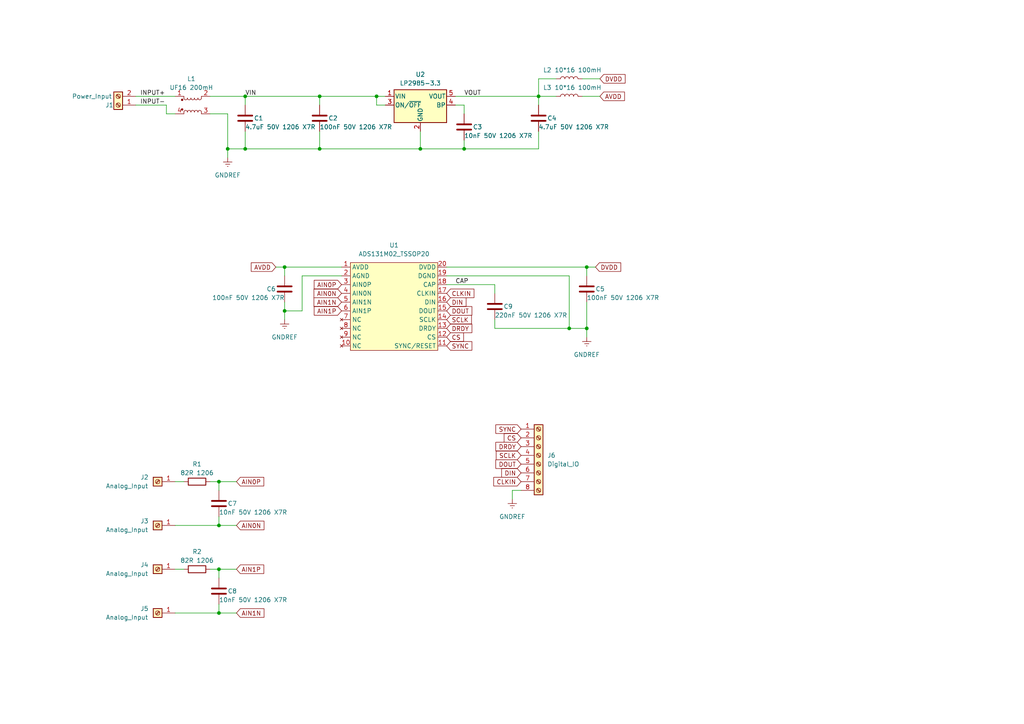
<source format=kicad_sch>
(kicad_sch (version 20230121) (generator eeschema)
  (paper "A4")
  (lib_symbols
    (symbol "Connector:Screw_Terminal_01x01" (pin_names (offset 1.016) hide)
      (property "Reference" "J" (at 0 2.54 0))
      (property "Value" "Screw_Terminal_01x01" (at 0 -2.54 0))
      (symbol "Screw_Terminal_01x01_1_1"
        (rectangle (start -1.27 1.27) (end 1.27 -1.27) (stroke (width 0.254)) (fill (type background)))
        (polyline (pts (xy -0.5334 0.3302) (xy 0.3302 -0.508)) (stroke (width 0.1524)))
        (polyline (pts (xy -0.3556 0.508) (xy 0.508 -0.3302)) (stroke (width 0.1524)))
        (circle (center 0 0) (radius 0.635) (stroke (width 0.1524)))
        (pin passive line (at -5.08 0 0) (length 3.81) (name "Pin_1") (number "1"))
      )
    )
    (symbol "Connector:Screw_Terminal_01x02" (pin_names (offset 1.016) hide)
      (property "Reference" "J" (at 0 2.54 0))
      (property "Value" "Screw_Terminal_01x02" (at 0 -5.08 0))
      (symbol "Screw_Terminal_01x02_1_1"
        (rectangle (start -1.27 1.27) (end 1.27 -3.81) (stroke (width 0.254)) (fill (type background)))
        (circle (center 0 -2.54) (radius 0.635) (stroke (width 0.1524)))
        (polyline (pts (xy -0.5334 -2.2098) (xy 0.3302 -3.048)) (stroke (width 0.1524)))
        (polyline (pts (xy -0.5334 0.3302) (xy 0.3302 -0.508)) (stroke (width 0.1524)))
        (polyline (pts (xy -0.3556 -2.032) (xy 0.508 -2.8702)) (stroke (width 0.1524)))
        (polyline (pts (xy -0.3556 0.508) (xy 0.508 -0.3302)) (stroke (width 0.1524)))
        (circle (center 0 0) (radius 0.635) (stroke (width 0.1524)))
        (pin passive line (at -5.08 0 0) (length 3.81) (name "Pin_1") (number "1"))
        (pin passive line (at -5.08 -2.54 0) (length 3.81) (name "Pin_2") (number "2"))
      )
    )
    (symbol "Connector:Screw_Terminal_01x08" (pin_names (offset 1.016) hide)
      (property "Reference" "J" (at 0 10.16 0))
      (property "Value" "Screw_Terminal_01x08" (at 0 -12.7 0))
      (symbol "Screw_Terminal_01x08_1_1"
        (rectangle (start -1.27 8.89) (end 1.27 -11.43) (stroke (width 0.254)) (fill (type background)))
        (circle (center 0 -10.16) (radius 0.635) (stroke (width 0.1524)))
        (circle (center 0 -7.62) (radius 0.635) (stroke (width 0.1524)))
        (circle (center 0 -5.08) (radius 0.635) (stroke (width 0.1524)))
        (circle (center 0 -2.54) (radius 0.635) (stroke (width 0.1524)))
        (polyline (pts (xy -0.5334 -9.8298) (xy 0.3302 -10.668)) (stroke (width 0.1524)))
        (polyline (pts (xy -0.5334 -7.2898) (xy 0.3302 -8.128)) (stroke (width 0.1524)))
        (polyline (pts (xy -0.5334 -4.7498) (xy 0.3302 -5.588)) (stroke (width 0.1524)))
        (polyline (pts (xy -0.5334 -2.2098) (xy 0.3302 -3.048)) (stroke (width 0.1524)))
        (polyline (pts (xy -0.5334 0.3302) (xy 0.3302 -0.508)) (stroke (width 0.1524)))
        (polyline (pts (xy -0.5334 2.8702) (xy 0.3302 2.032)) (stroke (width 0.1524)))
        (polyline (pts (xy -0.5334 5.4102) (xy 0.3302 4.572)) (stroke (width 0.1524)))
        (polyline (pts (xy -0.5334 7.9502) (xy 0.3302 7.112)) (stroke (width 0.1524)))
        (polyline (pts (xy -0.3556 -9.652) (xy 0.508 -10.4902)) (stroke (width 0.1524)))
        (polyline (pts (xy -0.3556 -7.112) (xy 0.508 -7.9502)) (stroke (width 0.1524)))
        (polyline (pts (xy -0.3556 -4.572) (xy 0.508 -5.4102)) (stroke (width 0.1524)))
        (polyline (pts (xy -0.3556 -2.032) (xy 0.508 -2.8702)) (stroke (width 0.1524)))
        (polyline (pts (xy -0.3556 0.508) (xy 0.508 -0.3302)) (stroke (width 0.1524)))
        (polyline (pts (xy -0.3556 3.048) (xy 0.508 2.2098)) (stroke (width 0.1524)))
        (polyline (pts (xy -0.3556 5.588) (xy 0.508 4.7498)) (stroke (width 0.1524)))
        (polyline (pts (xy -0.3556 8.128) (xy 0.508 7.2898)) (stroke (width 0.1524)))
        (circle (center 0 0) (radius 0.635) (stroke (width 0.1524)))
        (circle (center 0 2.54) (radius 0.635) (stroke (width 0.1524)))
        (circle (center 0 5.08) (radius 0.635) (stroke (width 0.1524)))
        (circle (center 0 7.62) (radius 0.635) (stroke (width 0.1524)))
        (pin passive line (at -5.08 7.62 0) (length 3.81) (name "Pin_1") (number "1"))
        (pin passive line (at -5.08 5.08 0) (length 3.81) (name "Pin_2") (number "2"))
        (pin passive line (at -5.08 2.54 0) (length 3.81) (name "Pin_3") (number "3"))
        (pin passive line (at -5.08 0 0) (length 3.81) (name "Pin_4") (number "4"))
        (pin passive line (at -5.08 -2.54 0) (length 3.81) (name "Pin_5") (number "5"))
        (pin passive line (at -5.08 -5.08 0) (length 3.81) (name "Pin_6") (number "6"))
        (pin passive line (at -5.08 -7.62 0) (length 3.81) (name "Pin_7") (number "7"))
        (pin passive line (at -5.08 -10.16 0) (length 3.81) (name "Pin_8") (number "8"))
      )
    )
    (symbol "Device:C" (pin_numbers hide) (pin_names (offset 0.254))
      (property "Reference" "C" (at 0.635 2.54 0))
      (property "Value" "C" (at 0.635 -2.54 0))
      (symbol "C_0_1"
        (polyline (pts (xy -2.032 -0.762) (xy 2.032 -0.762)) (stroke (width 0.508)))
        (polyline (pts (xy -2.032 0.762) (xy 2.032 0.762)) (stroke (width 0.508)))
      )
      (symbol "C_1_1"
        (pin passive line (at 0 3.81 270) (length 2.794) (name "~") (number "1"))
        (pin passive line (at 0 -3.81 90) (length 2.794) (name "~") (number "2"))
      )
    )
    (symbol "Device:L" (pin_numbers hide) (pin_names (offset 1.016) hide)
      (property "Reference" "L" (at -1.27 0 90))
      (property "Value" "L" (at 1.905 0 90))
      (symbol "L_0_1"
        (arc (start 0 -2.54) (mid 0.6323 -1.905) (end 0 -1.27))
        (arc (start 0 -1.27) (mid 0.6323 -0.635) (end 0 0))
        (arc (start 0 0) (mid 0.6323 0.635) (end 0 1.27))
        (arc (start 0 1.27) (mid 0.6323 1.905) (end 0 2.54))
      )
      (symbol "L_1_1"
        (pin passive line (at 0 3.81 270) (length 1.27) (name "1") (number "1"))
        (pin passive line (at 0 -3.81 90) (length 1.27) (name "2") (number "2"))
      )
    )
    (symbol "Device:L_Coupled_1243" (pin_names (offset 0.254) hide)
      (property "Reference" "L" (at 0 4.445 0))
      (property "Value" "L_Coupled_1243" (at 0 -4.445 0))
      (symbol "L_Coupled_1243_0_1"
        (circle (center -3.048 -1.27) (radius 0.254) (fill (type outline)))
        (circle (center -3.048 1.524) (radius 0.254) (fill (type outline)))
        (arc (start -2.54 2.032) (mid -2.032 1.5262) (end -1.524 2.032))
        (arc (start -1.524 -2.032) (mid -2.032 -1.5262) (end -2.54 -2.032))
        (arc (start -1.524 2.032) (mid -1.016 1.5262) (end -0.508 2.032))
        (arc (start -0.508 -2.032) (mid -1.016 -1.5262) (end -1.524 -2.032))
        (arc (start -0.508 2.032) (mid 0 1.5262) (end 0.508 2.032))
        (polyline (pts (xy -2.54 -2.032) (xy -2.54 -2.54)))
        (polyline (pts (xy -2.54 2.032) (xy -2.54 2.54)))
        (polyline (pts (xy 2.54 -2.032) (xy 2.54 -2.54)))
        (polyline (pts (xy 2.54 2.54) (xy 2.54 2.032)))
        (arc (start 0.508 -2.032) (mid 0 -1.5262) (end -0.508 -2.032))
        (arc (start 0.508 2.032) (mid 1.016 1.5262) (end 1.524 2.032))
        (arc (start 1.524 -2.032) (mid 1.016 -1.5262) (end 0.508 -2.032))
        (arc (start 1.524 2.032) (mid 2.032 1.5262) (end 2.54 2.032))
        (arc (start 2.54 -2.032) (mid 2.032 -1.5262) (end 1.524 -2.032))
      )
      (symbol "L_Coupled_1243_1_1"
        (pin passive line (at -5.08 2.54 0) (length 2.54) (name "1") (number "1"))
        (pin passive line (at 5.08 2.54 180) (length 2.54) (name "2") (number "2"))
        (pin passive line (at 5.08 -2.54 180) (length 2.54) (name "3") (number "3"))
        (pin passive line (at -5.08 -2.54 0) (length 2.54) (name "4") (number "4"))
      )
    )
    (symbol "Device:R" (pin_numbers hide) (pin_names (offset 0))
      (property "Reference" "R" (at 2.032 0 90))
      (property "Value" "R" (at 0 0 90))
      (symbol "R_0_1"
        (rectangle (start -1.016 -2.54) (end 1.016 2.54) (stroke (width 0.254)))
      )
      (symbol "R_1_1"
        (pin passive line (at 0 3.81 270) (length 1.27) (name "~") (number "1"))
        (pin passive line (at 0 -3.81 90) (length 1.27) (name "~") (number "2"))
      )
    )
    (symbol "Regulator_Linear:LP2985-3.3" (pin_names (offset 0.254))
      (property "Reference" "U" (at -6.35 5.715 0))
      (property "Value" "LP2985-3.3" (at 0 5.715 0))
      (symbol "LP2985-3.3_0_1"
        (rectangle (start -7.62 -5.08) (end 7.62 4.445) (stroke (width 0.254)) (fill (type background)))
      )
      (symbol "LP2985-3.3_1_1"
        (pin power_in line (at -10.16 2.54 0) (length 2.54) (name "VIN") (number "1"))
        (pin power_in line (at 0 -7.62 90) (length 2.54) (name "GND") (number "2"))
        (pin input line (at -10.16 0 0) (length 2.54) (name "ON/~{OFF}") (number "3"))
        (pin input line (at 10.16 0 180) (length 2.54) (name "BP") (number "4"))
        (pin power_out line (at 10.16 2.54 180) (length 2.54) (name "VOUT") (number "5"))
      )
    )
    (symbol "main:ADS131M02_TSSOP20"
      (property "Reference" "U" (at 0 -15.24 0))
      (property "Value" "ADS131M02_TSSOP20" (at 0 -15.24 0))
      (symbol "ADS131M02_TSSOP20_0_0"
        (pin power_in line (at -15.24 11.43 0) (length 2.54) (name "AVDD") (number "1"))
        (pin no_connect line (at -15.24 -11.43 0) (length 2.54) (name "NC") (number "10"))
        (pin input line (at 15.24 -11.43 180) (length 2.54) (name "SYNC/RESET") (number "11"))
        (pin input line (at 15.24 -8.89 180) (length 2.54) (name "CS") (number "12"))
        (pin output line (at 15.24 -6.35 180) (length 2.54) (name "DRDY") (number "13"))
        (pin input line (at 15.24 -3.81 180) (length 2.54) (name "SCLK") (number "14"))
        (pin output line (at 15.24 -1.27 180) (length 2.54) (name "DOUT") (number "15"))
        (pin input line (at 15.24 1.27 180) (length 2.54) (name "DIN") (number "16"))
        (pin input line (at 15.24 3.81 180) (length 2.54) (name "CLKIN") (number "17"))
        (pin output line (at 15.24 6.35 180) (length 2.54) (name "CAP") (number "18"))
        (pin power_in line (at 15.24 8.89 180) (length 2.54) (name "DGND") (number "19"))
        (pin power_in line (at -15.24 8.89 0) (length 2.54) (name "AGND") (number "2"))
        (pin power_in line (at 15.24 11.43 180) (length 2.54) (name "DVDD") (number "20"))
        (pin input line (at -15.24 6.35 0) (length 2.54) (name "AIN0P") (number "3"))
        (pin input line (at -15.24 3.81 0) (length 2.54) (name "AIN0N") (number "4"))
        (pin input line (at -15.24 1.27 0) (length 2.54) (name "AIN1N") (number "5"))
        (pin input line (at -15.24 -1.27 0) (length 2.54) (name "AIN1P") (number "6"))
        (pin no_connect line (at -15.24 -3.81 0) (length 2.54) (name "NC") (number "7"))
        (pin no_connect line (at -15.24 -6.35 0) (length 2.54) (name "NC") (number "8"))
        (pin no_connect line (at -15.24 -8.89 0) (length 2.54) (name "NC") (number "9"))
      )
      (symbol "ADS131M02_TSSOP20_1_1"
        (rectangle (start -12.7 12.7) (end 12.7 -12.7) (fill (type background)))
      )
    )
    (symbol "power:GNDREF" (power) (pin_names (offset 0))
      (property "Value" "GNDREF" (at 0 -3.81 0))
      (symbol "GNDREF_0_1"
        (polyline (pts (xy -0.635 -1.905) (xy 0.635 -1.905)))
        (polyline (pts (xy -0.127 -2.54) (xy 0.127 -2.54)))
        (polyline (pts (xy 0 -1.27) (xy 0 0)))
        (polyline (pts (xy 1.27 -1.27) (xy -1.27 -1.27)))
      )
      (symbol "GNDREF_1_1"
        (pin power_in line (at 0 0 270) (length 0) hide (name "GNDREF") (number "1"))
      )
    )
  )
  (junction (at 121.92 43.18))
  (junction (at 63.5 139.7))
  (junction (at 63.5 152.4))
  (junction (at 134.62 43.18))
  (junction (at 63.5 165.1))
  (junction (at 63.5 177.8))
  (junction (at 66.04 43.18))
  (junction (at 170.18 77.47))
  (junction (at 109.22 27.94))
  (junction (at 92.71 27.94))
  (junction (at 156.21 27.94))
  (junction (at 92.71 43.18))
  (junction (at 82.55 90.17))
  (junction (at 71.12 43.18))
  (junction (at 82.55 77.47))
  (junction (at 71.12 27.94))
  (junction (at 165.1 95.25))
  (junction (at 170.18 95.25))
  (wire (pts (xy 92.71 27.94) (xy 109.22 27.94)))
  (wire (pts (xy 148.59 144.78) (xy 148.59 142.24)))
  (wire (pts (xy 63.5 165.1) (xy 68.58 165.1)))
  (wire (pts (xy 129.54 82.55) (xy 143.51 82.55)))
  (wire (pts (xy 161.29 22.86) (xy 156.21 22.86)))
  (wire (pts (xy 50.8 177.8) (xy 63.5 177.8)))
  (wire (pts (xy 71.12 43.18) (xy 92.71 43.18)))
  (wire (pts (xy 63.5 152.4) (xy 68.58 152.4)))
  (wire (pts (xy 87.63 80.01) (xy 87.63 90.17)))
  (wire (pts (xy 156.21 30.48) (xy 156.21 27.94)))
  (wire (pts (xy 66.04 43.18) (xy 66.04 45.72)))
  (wire (pts (xy 87.63 90.17) (xy 82.55 90.17)))
  (wire (pts (xy 92.71 27.94) (xy 92.71 30.48)))
  (wire (pts (xy 111.76 30.48) (xy 109.22 30.48)))
  (wire (pts (xy 71.12 38.1) (xy 71.12 43.18)))
  (wire (pts (xy 60.96 27.94) (xy 71.12 27.94)))
  (wire (pts (xy 156.21 43.18) (xy 134.62 43.18)))
  (wire (pts (xy 165.1 95.25) (xy 170.18 95.25)))
  (wire (pts (xy 48.26 30.48) (xy 48.26 33.02)))
  (wire (pts (xy 50.8 139.7) (xy 53.34 139.7)))
  (wire (pts (xy 143.51 95.25) (xy 165.1 95.25)))
  (wire (pts (xy 170.18 95.25) (xy 170.18 97.79)))
  (wire (pts (xy 50.8 165.1) (xy 53.34 165.1)))
  (wire (pts (xy 82.55 90.17) (xy 82.55 92.71)))
  (wire (pts (xy 129.54 77.47) (xy 170.18 77.47)))
  (wire (pts (xy 48.26 33.02) (xy 50.8 33.02)))
  (wire (pts (xy 109.22 27.94) (xy 111.76 27.94)))
  (wire (pts (xy 99.06 80.01) (xy 87.63 80.01)))
  (wire (pts (xy 63.5 177.8) (xy 68.58 177.8)))
  (wire (pts (xy 170.18 87.63) (xy 170.18 95.25)))
  (wire (pts (xy 60.96 139.7) (xy 63.5 139.7)))
  (wire (pts (xy 63.5 165.1) (xy 63.5 167.64)))
  (wire (pts (xy 170.18 77.47) (xy 172.72 77.47)))
  (wire (pts (xy 63.5 139.7) (xy 63.5 142.24)))
  (wire (pts (xy 168.91 27.94) (xy 173.99 27.94)))
  (wire (pts (xy 99.06 77.47) (xy 82.55 77.47)))
  (wire (pts (xy 168.91 22.86) (xy 173.99 22.86)))
  (wire (pts (xy 134.62 43.18) (xy 134.62 40.64)))
  (wire (pts (xy 165.1 80.01) (xy 129.54 80.01)))
  (wire (pts (xy 121.92 43.18) (xy 134.62 43.18)))
  (wire (pts (xy 156.21 22.86) (xy 156.21 27.94)))
  (wire (pts (xy 66.04 33.02) (xy 66.04 43.18)))
  (wire (pts (xy 109.22 30.48) (xy 109.22 27.94)))
  (wire (pts (xy 60.96 165.1) (xy 63.5 165.1)))
  (wire (pts (xy 71.12 30.48) (xy 71.12 27.94)))
  (wire (pts (xy 156.21 27.94) (xy 161.29 27.94)))
  (wire (pts (xy 60.96 33.02) (xy 66.04 33.02)))
  (wire (pts (xy 63.5 152.4) (xy 63.5 149.86)))
  (wire (pts (xy 121.92 38.1) (xy 121.92 43.18)))
  (wire (pts (xy 82.55 77.47) (xy 80.01 77.47)))
  (wire (pts (xy 165.1 80.01) (xy 165.1 95.25)))
  (wire (pts (xy 170.18 77.47) (xy 170.18 80.01)))
  (wire (pts (xy 156.21 38.1) (xy 156.21 43.18)))
  (wire (pts (xy 66.04 43.18) (xy 71.12 43.18)))
  (wire (pts (xy 39.37 27.94) (xy 50.8 27.94)))
  (wire (pts (xy 143.51 85.09) (xy 143.51 82.55)))
  (wire (pts (xy 50.8 152.4) (xy 63.5 152.4)))
  (wire (pts (xy 148.59 142.24) (xy 151.13 142.24)))
  (wire (pts (xy 143.51 92.71) (xy 143.51 95.25)))
  (wire (pts (xy 63.5 177.8) (xy 63.5 175.26)))
  (wire (pts (xy 71.12 27.94) (xy 92.71 27.94)))
  (wire (pts (xy 82.55 77.47) (xy 82.55 80.01)))
  (wire (pts (xy 134.62 30.48) (xy 134.62 33.02)))
  (wire (pts (xy 63.5 139.7) (xy 68.58 139.7)))
  (wire (pts (xy 132.08 30.48) (xy 134.62 30.48)))
  (wire (pts (xy 156.21 27.94) (xy 132.08 27.94)))
  (wire (pts (xy 92.71 38.1) (xy 92.71 43.18)))
  (wire (pts (xy 39.37 30.48) (xy 48.26 30.48)))
  (wire (pts (xy 82.55 90.17) (xy 82.55 87.63)))
  (wire (pts (xy 92.71 43.18) (xy 121.92 43.18)))
  (label "INPUT-" (at 40.64 30.48 0))
  (label "CAP" (at 132.08 82.55 0))
  (label "INPUT+" (at 40.64 27.94 0))
  (label "VOUT" (at 134.62 27.94 0))
  (label "VIN" (at 71.12 27.94 0))
  (global_label "AIN1N" (shape input) (at 68.58 177.8 0) (property "Intersheetrefs" "${INTERSHEET_REFS}" (effects hide)))
  (global_label "DRDY" (shape input) (at 151.13 129.54 180) (property "Intersheetrefs" "${INTERSHEET_REFS}" (effects hide)))
  (global_label "DVDD" (shape input) (at 173.99 22.86 0) (property "Intersheetrefs" "${INTERSHEET_REFS}" (effects hide)))
  (global_label "SCLK" (shape input) (at 151.13 132.08 180) (property "Intersheetrefs" "${INTERSHEET_REFS}" (effects hide)))
  (global_label "AIN1P" (shape input) (at 68.58 165.1 0) (property "Intersheetrefs" "${INTERSHEET_REFS}" (effects hide)))
  (global_label "CS" (shape input) (at 151.13 127 180) (property "Intersheetrefs" "${INTERSHEET_REFS}" (effects hide)))
  (global_label "CLKIN" (shape input) (at 129.54 85.09 0) (property "Intersheetrefs" "${INTERSHEET_REFS}" (effects hide)))
  (global_label "SYNC" (shape input) (at 129.54 100.33 0) (property "Intersheetrefs" "${INTERSHEET_REFS}" (effects hide)))
  (global_label "DIN" (shape input) (at 151.13 137.16 180) (property "Intersheetrefs" "${INTERSHEET_REFS}" (effects hide)))
  (global_label "DOUT" (shape input) (at 151.13 134.62 180) (property "Intersheetrefs" "${INTERSHEET_REFS}" (effects hide)))
  (global_label "SYNC" (shape input) (at 151.13 124.46 180) (property "Intersheetrefs" "${INTERSHEET_REFS}" (effects hide)))
  (global_label "DVDD" (shape input) (at 172.72 77.47 0) (property "Intersheetrefs" "${INTERSHEET_REFS}" (effects hide)))
  (global_label "AIN1P" (shape input) (at 99.06 90.17 180) (property "Intersheetrefs" "${INTERSHEET_REFS}" (effects hide)))
  (global_label "AIN0N" (shape input) (at 68.58 152.4 0) (property "Intersheetrefs" "${INTERSHEET_REFS}" (effects hide)))
  (global_label "AIN0P" (shape input) (at 99.06 82.55 180) (property "Intersheetrefs" "${INTERSHEET_REFS}" (effects hide)))
  (global_label "AVDD" (shape input) (at 80.01 77.47 180) (property "Intersheetrefs" "${INTERSHEET_REFS}" (effects hide)))
  (global_label "DRDY" (shape input) (at 129.54 95.25 0) (property "Intersheetrefs" "${INTERSHEET_REFS}" (effects hide)))
  (global_label "AIN0P" (shape input) (at 68.58 139.7 0) (property "Intersheetrefs" "${INTERSHEET_REFS}" (effects hide)))
  (global_label "AIN0N" (shape input) (at 99.06 85.09 180) (property "Intersheetrefs" "${INTERSHEET_REFS}" (effects hide)))
  (global_label "DIN" (shape input) (at 129.54 87.63 0) (property "Intersheetrefs" "${INTERSHEET_REFS}" (effects hide)))
  (global_label "CS" (shape input) (at 129.54 97.79 0) (property "Intersheetrefs" "${INTERSHEET_REFS}" (effects hide)))
  (global_label "DOUT" (shape input) (at 129.54 90.17 0) (property "Intersheetrefs" "${INTERSHEET_REFS}" (effects hide)))
  (global_label "AVDD" (shape input) (at 173.99 27.94 0) (property "Intersheetrefs" "${INTERSHEET_REFS}" (effects hide)))
  (global_label "AIN1N" (shape input) (at 99.06 87.63 180) (property "Intersheetrefs" "${INTERSHEET_REFS}" (effects hide)))
  (global_label "SCLK" (shape input) (at 129.54 92.71 0) (property "Intersheetrefs" "${INTERSHEET_REFS}" (effects hide)))
  (global_label "CLKIN" (shape input) (at 151.13 139.7 180) (property "Intersheetrefs" "${INTERSHEET_REFS}" (effects hide)))
  (symbol (lib_id "Connector:Screw_Terminal_01x01") (at 45.72 177.8 0) (mirror y) (unit 1)
    (property "Reference" "J5" (at 41.91 176.53 0))
    (property "Value" "Analog_Input" (at 36.83 179.07 0))
    (property "Footprint" "Customer_Connector:AMASS_24.245" (effects hide))
  )
  (symbol (lib_id "Device:R") (at 57.15 139.7 90) (unit 1)
    (property "Reference" "R1" (at 57.15 134.62 90))
    (property "Value" "82R 1206" (at 57.15 137.16 90))
    (property "Footprint" "Resistor_SMD:R_1206_3216Metric" (effects hide))
  )
  (symbol (lib_id "Device:C") (at 156.21 34.29 0) (unit 1)
    (property "Reference" "C4" (at 158.75 34.29 0) (effects (justify left)))
    (property "Value" "4.7uF 50V 1206 X7R" (at 156.21 36.83 0) (effects (justify left)))
    (property "Footprint" "Capacitor_SMD:C_1206_3216Metric" (effects hide))
  )
  (symbol (lib_id "Device:L") (at 165.1 22.86 90) (unit 1)
    (property "Reference" "L2" (at 158.75 20.32 90))
    (property "Value" "10*16 100mH" (at 167.64 20.32 90))
    (property "Footprint" "Customer_Passive:Inductor_THT_10x16" (effects hide))
  )
  (symbol (lib_id "Device:R") (at 57.15 165.1 90) (unit 1)
    (property "Reference" "R2" (at 57.15 160.02 90))
    (property "Value" "82R 1206" (at 57.15 162.56 90))
    (property "Footprint" "Resistor_SMD:R_1206_3216Metric" (effects hide))
  )
  (symbol (lib_id "Device:C") (at 92.71 34.29 0) (unit 1)
    (property "Reference" "C2" (at 95.25 34.29 0) (effects (justify left)))
    (property "Value" "100nF 50V 1206 X7R" (at 92.71 36.83 0) (effects (justify left)))
    (property "Footprint" "Capacitor_SMD:C_1206_3216Metric" (effects hide))
  )
  (symbol (lib_id "Regulator_Linear:LP2985-3.3") (at 121.92 30.48 0) (unit 1)
    (property "Reference" "U2" (at 121.92 21.59 0))
    (property "Value" "LP2985-3.3" (at 121.92 24.13 0))
    (property "Footprint" "Package_TO_SOT_SMD:SOT-23-5" (effects hide))
    (property "Datasheet" "http://www.ti.com/lit/ds/symlink/lp2985.pdf" (effects hide))
  )
  (symbol (lib_id "power:GNDREF") (at 82.55 92.71 0) (unit 1)
    (property "Reference" "#PWR02" (effects hide))
    (property "Value" "GNDREF" (at 82.55 97.79 0))
  )
  (symbol (lib_id "power:GNDREF") (at 170.18 97.79 0) (unit 1)
    (property "Reference" "#PWR03" (effects hide))
    (property "Value" "GNDREF" (at 170.18 102.87 0))
  )
  (symbol (lib_id "Connector:Screw_Terminal_01x02") (at 34.29 30.48 180) (unit 1)
    (property "Reference" "J1" (at 31.75 30.48 0))
    (property "Value" "Power_Input" (at 26.67 27.94 0))
    (property "Footprint" "Customer_Connector:2EDG-5.08mm_2P_Horizontal" (effects hide))
  )
  (symbol (lib_id "Connector:Screw_Terminal_01x01") (at 45.72 139.7 0) (mirror y) (unit 1)
    (property "Reference" "J2" (at 41.91 138.43 0))
    (property "Value" "Analog_Input" (at 36.83 140.97 0))
    (property "Footprint" "Customer_Connector:AMASS_24.245" (effects hide))
  )
  (symbol (lib_id "Device:C") (at 63.5 171.45 0) (unit 1)
    (property "Reference" "C8" (at 66.04 171.45 0) (effects (justify left)))
    (property "Value" "10nF 50V 1206 X7R" (at 63.5 173.99 0) (effects (justify left)))
    (property "Footprint" "Capacitor_SMD:C_1206_3216Metric" (effects hide))
  )
  (symbol (lib_id "Device:C") (at 170.18 83.82 0) (unit 1)
    (property "Reference" "C5" (at 172.72 83.82 0) (effects (justify left)))
    (property "Value" "100nF 50V 1206 X7R" (at 170.18 86.36 0) (effects (justify left)))
    (property "Footprint" "Capacitor_SMD:C_1206_3216Metric" (effects hide))
  )
  (symbol (lib_id "Connector:Screw_Terminal_01x01") (at 45.72 152.4 0) (mirror y) (unit 1)
    (property "Reference" "J3" (at 41.91 151.13 0))
    (property "Value" "Analog_Input" (at 36.83 153.67 0))
    (property "Footprint" "Customer_Connector:AMASS_24.245" (effects hide))
  )
  (symbol (lib_id "Device:L_Coupled_1243") (at 55.88 30.48 0) (unit 1)
    (property "Reference" "L1" (at 55.499 22.86 0))
    (property "Value" "UF16 200mH" (at 55.499 25.4 0))
    (property "Footprint" "Customer_Passive:Inductor_Coupled_THT_UF16" (effects hide))
  )
  (symbol (lib_id "main:ADS131M02_TSSOP20") (at 114.3 88.9 0) (unit 1)
    (property "Reference" "U1" (at 114.3 71.12 0))
    (property "Value" "ADS131M02_TSSOP20" (at 114.3 73.66 0))
    (property "Footprint" "Package_SO:TSSOP-20_4.4x6.5mm_P0.65mm" (effects hide))
  )
  (symbol (lib_id "Device:C") (at 63.5 146.05 0) (unit 1)
    (property "Reference" "C7" (at 66.04 146.05 0) (effects (justify left)))
    (property "Value" "10nF 50V 1206 X7R" (at 63.5 148.59 0) (effects (justify left)))
    (property "Footprint" "Capacitor_SMD:C_1206_3216Metric" (effects hide))
  )
  (symbol (lib_id "power:GNDREF") (at 66.04 45.72 0) (unit 1)
    (property "Reference" "#PWR01" (effects hide))
    (property "Value" "GNDREF" (at 66.04 50.8 0))
  )
  (symbol (lib_id "Connector:Screw_Terminal_01x08") (at 156.21 132.08 0) (unit 1)
    (property "Reference" "J6" (at 158.75 132.08 0) (effects (justify left)))
    (property "Value" "Digital_IO" (at 158.75 134.62 0) (effects (justify left)))
    (property "Footprint" "Customer_Connector:2EDG-5.08mm_8P_Horizontal" (effects hide))
  )
  (symbol (lib_id "Device:C") (at 143.51 88.9 0) (unit 1)
    (property "Reference" "C9" (at 146.05 88.9 0) (effects (justify left)))
    (property "Value" "220nF 50V 1206 X7R" (at 143.51 91.44 0) (effects (justify left)))
    (property "Footprint" "Capacitor_SMD:C_1206_3216Metric" (effects hide))
  )
  (symbol (lib_id "Device:C") (at 82.55 83.82 0) (mirror y) (unit 1)
    (property "Reference" "C6" (at 80.01 83.82 0) (effects (justify left)))
    (property "Value" "100nF 50V 1206 X7R" (at 82.55 86.36 0) (effects (justify left)))
    (property "Footprint" "Capacitor_SMD:C_1206_3216Metric" (effects hide))
  )
  (symbol (lib_id "Device:L") (at 165.1 27.94 90) (unit 1)
    (property "Reference" "L3" (at 158.75 25.4 90))
    (property "Value" "10*16 100mH" (at 167.64 25.4 90))
    (property "Footprint" "Customer_Passive:Inductor_THT_10x16" (effects hide))
  )
  (symbol (lib_id "Device:C") (at 134.62 36.83 0) (unit 1)
    (property "Reference" "C3" (at 137.16 36.83 0) (effects (justify left)))
    (property "Value" "10nF 50V 1206 X7R" (at 134.62 39.37 0) (effects (justify left)))
    (property "Footprint" "Capacitor_SMD:C_1206_3216Metric" (effects hide))
  )
  (symbol (lib_id "power:GNDREF") (at 148.59 144.78 0) (unit 1)
    (property "Reference" "#PWR04" (effects hide))
    (property "Value" "GNDREF" (at 148.59 149.86 0))
  )
  (symbol (lib_id "Device:C") (at 71.12 34.29 0) (unit 1)
    (property "Reference" "C1" (at 73.66 34.29 0) (effects (justify left)))
    (property "Value" "4.7uF 50V 1206 X7R" (at 71.12 36.83 0) (effects (justify left)))
    (property "Footprint" "Capacitor_SMD:C_1206_3216Metric" (effects hide))
  )
  (symbol (lib_id "Connector:Screw_Terminal_01x01") (at 45.72 165.1 0) (mirror y) (unit 1)
    (property "Reference" "J4" (at 41.91 163.83 0))
    (property "Value" "Analog_Input" (at 36.83 166.37 0))
    (property "Footprint" "Customer_Connector:AMASS_24.245" (effects hide))
  )
)
</source>
